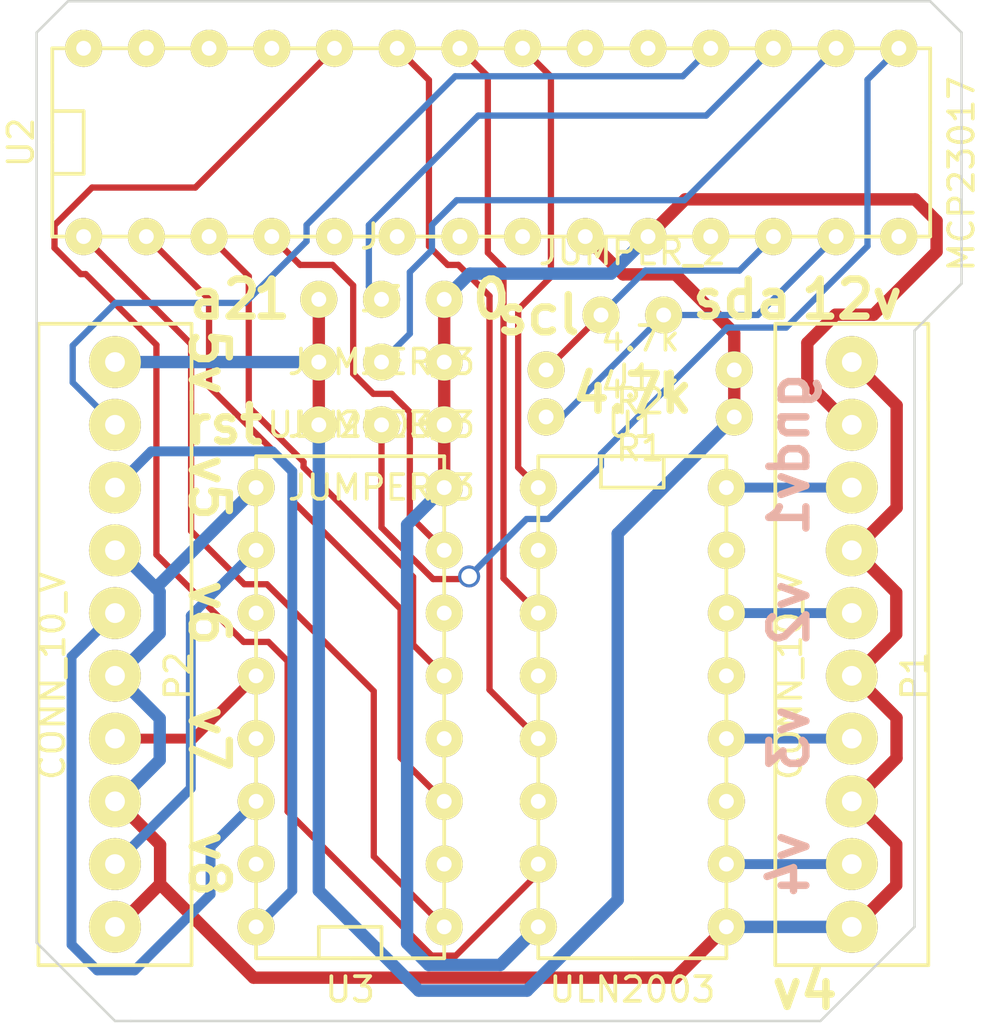
<source format=kicad_pcb>
(kicad_pcb (version 3) (host pcbnew "(2013-june-11)-stable")

  (general
    (links 46)
    (no_connects 0)
    (area 77.03 45.034999 117.28 86.410001)
    (thickness 1.6)
    (drawings 31)
    (tracks 200)
    (zones 0)
    (modules 11)
    (nets 26)
  )

  (page A3)
  (layers
    (15 F.Cu signal)
    (0 B.Cu signal)
    (16 B.Adhes user)
    (17 F.Adhes user)
    (18 B.Paste user)
    (19 F.Paste user)
    (20 B.SilkS user)
    (21 F.SilkS user)
    (22 B.Mask user)
    (23 F.Mask user)
    (24 Dwgs.User user)
    (25 Cmts.User user)
    (26 Eco1.User user)
    (27 Eco2.User user)
    (28 Edge.Cuts user)
  )

  (setup
    (last_trace_width 0.254)
    (trace_clearance 0.254)
    (zone_clearance 0.508)
    (zone_45_only no)
    (trace_min 0.254)
    (segment_width 0.2)
    (edge_width 0.1)
    (via_size 0.889)
    (via_drill 0.635)
    (via_min_size 0.889)
    (via_min_drill 0.508)
    (uvia_size 0.508)
    (uvia_drill 0.127)
    (uvias_allowed no)
    (uvia_min_size 0.508)
    (uvia_min_drill 0.127)
    (pcb_text_width 0.3)
    (pcb_text_size 1.5 1.5)
    (mod_edge_width 0.15)
    (mod_text_size 1 1)
    (mod_text_width 0.15)
    (pad_size 1.5 1.5)
    (pad_drill 0.6)
    (pad_to_mask_clearance 0)
    (aux_axis_origin 0 0)
    (visible_elements FFFFFE9F)
    (pcbplotparams
      (layerselection 284196865)
      (usegerberextensions true)
      (excludeedgelayer true)
      (linewidth 0.150000)
      (plotframeref false)
      (viasonmask false)
      (mode 1)
      (useauxorigin false)
      (hpglpennumber 1)
      (hpglpenspeed 20)
      (hpglpendiameter 15)
      (hpglpenoverlay 2)
      (psnegative false)
      (psa4output false)
      (plotreference false)
      (plotvalue false)
      (plotothertext false)
      (plotinvisibletext false)
      (padsonsilk false)
      (subtractmaskfromsilk false)
      (outputformat 1)
      (mirror false)
      (drillshape 0)
      (scaleselection 1)
      (outputdirectory gerber/))
  )

  (net 0 "")
  (net 1 +12V)
  (net 2 +5V)
  (net 3 /RST)
  (net 4 /v01_05)
  (net 5 /v01_12)
  (net 6 /v02_05)
  (net 7 /v03_05)
  (net 8 /v03_12)
  (net 9 /v04_05)
  (net 10 /v04_12)
  (net 11 /v05_05)
  (net 12 /v05_12)
  (net 13 /v06_05)
  (net 14 /v06_12)
  (net 15 /v07_05)
  (net 16 /v07_12)
  (net 17 /v08_05)
  (net 18 /v08_12)
  (net 19 /v_02_12)
  (net 20 A0)
  (net 21 A1)
  (net 22 A2)
  (net 23 GND)
  (net 24 SCL)
  (net 25 SDA)

  (net_class Default "This is the default net class."
    (clearance 0.254)
    (trace_width 0.254)
    (via_dia 0.889)
    (via_drill 0.635)
    (uvia_dia 0.508)
    (uvia_drill 0.127)
    (add_net "")
    (add_net /RST)
    (add_net /v01_05)
    (add_net /v02_05)
    (add_net /v03_05)
    (add_net /v04_05)
    (add_net /v05_05)
    (add_net /v06_05)
    (add_net /v07_05)
    (add_net /v08_05)
    (add_net A0)
    (add_net A1)
    (add_net A2)
    (add_net SCL)
    (add_net SDA)
  )

  (net_class 12v_sinks ""
    (clearance 0.4)
    (trace_width 0.4)
    (via_dia 0.889)
    (via_drill 0.635)
    (uvia_dia 0.508)
    (uvia_drill 0.127)
    (add_net /v01_12)
    (add_net /v03_12)
    (add_net /v04_12)
    (add_net /v05_12)
    (add_net /v06_12)
    (add_net /v07_12)
    (add_net /v08_12)
    (add_net /v_02_12)
  )

  (net_class pwr ""
    (clearance 0.5)
    (trace_width 0.5)
    (via_dia 1.2)
    (via_drill 0.9)
    (uvia_dia 0.508)
    (uvia_drill 0.127)
    (add_net +12V)
    (add_net +5V)
    (add_net GND)
  )

  (module uln2003 (layer F.Cu) (tedit 56C34B61) (tstamp 56C3B7EE)
    (at 100.33 74.93)
    (path /56C331BB)
    (fp_text reference U1 (at 2.54 -12.7) (layer F.SilkS)
      (effects (font (size 1 1) (thickness 0.15)))
    )
    (fp_text value ULN2003 (at 2.54 10.16) (layer F.SilkS)
      (effects (font (size 1 1) (thickness 0.15)))
    )
    (fp_line (start 2.54 8.89) (end -1.27 8.89) (layer F.SilkS) (width 0.15))
    (fp_line (start 1.27 -11.43) (end 1.27 -10.16) (layer F.SilkS) (width 0.15))
    (fp_line (start 1.27 -10.16) (end 3.81 -10.16) (layer F.SilkS) (width 0.15))
    (fp_line (start 3.81 -10.16) (end 3.81 -11.43) (layer F.SilkS) (width 0.15))
    (fp_line (start -1.27 -11.43) (end 2.54 -11.43) (layer F.SilkS) (width 0.15))
    (fp_line (start -1.27 -11.43) (end -1.27 8.89) (layer F.SilkS) (width 0.15))
    (fp_line (start 2.54 8.89) (end 6.35 8.89) (layer F.SilkS) (width 0.15))
    (fp_line (start 6.35 8.89) (end 6.35 -11.43) (layer F.SilkS) (width 0.15))
    (fp_line (start 6.35 -11.43) (end 2.54 -11.43) (layer F.SilkS) (width 0.15))
    (pad 1 thru_hole circle (at -1.27 -10.16) (size 1.5 1.5) (drill 0.6)
      (layers *.Cu *.Mask F.SilkS)
      (net 4 /v01_05)
    )
    (pad 2 thru_hole circle (at -1.27 -7.62) (size 1.5 1.5) (drill 0.6)
      (layers *.Cu *.Mask F.SilkS)
    )
    (pad 3 thru_hole circle (at -1.27 -5.08) (size 1.5 1.5) (drill 0.6)
      (layers *.Cu *.Mask F.SilkS)
      (net 6 /v02_05)
    )
    (pad 4 thru_hole circle (at -1.27 -2.54) (size 1.5 1.5) (drill 0.6)
      (layers *.Cu *.Mask F.SilkS)
    )
    (pad 5 thru_hole circle (at -1.27 0) (size 1.5 1.5) (drill 0.6)
      (layers *.Cu *.Mask F.SilkS)
      (net 7 /v03_05)
    )
    (pad 6 thru_hole circle (at -1.27 2.54) (size 1.5 1.5) (drill 0.6)
      (layers *.Cu *.Mask F.SilkS)
    )
    (pad 7 thru_hole circle (at -1.27 5.08) (size 1.5 1.5) (drill 0.6)
      (layers *.Cu *.Mask F.SilkS)
      (net 9 /v04_05)
    )
    (pad 8 thru_hole circle (at -1.27 7.62) (size 1.5 1.5) (drill 0.6)
      (layers *.Cu *.Mask F.SilkS)
      (net 23 GND)
    )
    (pad 9 thru_hole circle (at 6.35 7.62) (size 1.5 1.5) (drill 0.6)
      (layers *.Cu *.Mask F.SilkS)
      (net 1 +12V)
    )
    (pad 10 thru_hole circle (at 6.35 5.08) (size 1.5 1.5) (drill 0.6)
      (layers *.Cu *.Mask F.SilkS)
      (net 10 /v04_12)
    )
    (pad 11 thru_hole circle (at 6.35 2.54) (size 1.5 1.5) (drill 0.6)
      (layers *.Cu *.Mask F.SilkS)
    )
    (pad 12 thru_hole circle (at 6.35 0) (size 1.5 1.5) (drill 0.6)
      (layers *.Cu *.Mask F.SilkS)
      (net 8 /v03_12)
    )
    (pad 13 thru_hole circle (at 6.35 -2.54) (size 1.5 1.5) (drill 0.6)
      (layers *.Cu *.Mask F.SilkS)
    )
    (pad 14 thru_hole circle (at 6.35 -5.08) (size 1.5 1.5) (drill 0.6)
      (layers *.Cu *.Mask F.SilkS)
      (net 19 /v_02_12)
    )
    (pad 15 thru_hole circle (at 6.35 -7.62) (size 1.5 1.5) (drill 0.6)
      (layers *.Cu *.Mask F.SilkS)
    )
    (pad 16 thru_hole circle (at 6.35 -10.16) (size 1.5 1.5) (drill 0.6)
      (layers *.Cu *.Mask F.SilkS)
      (net 5 /v01_12)
    )
  )

  (module uln2003 (layer F.Cu) (tedit 56C34B61) (tstamp 56C3B967)
    (at 93.98 72.39 180)
    (path /56C331DD)
    (fp_text reference U3 (at 2.54 -12.7 180) (layer F.SilkS)
      (effects (font (size 1 1) (thickness 0.15)))
    )
    (fp_text value ULN2003 (at 2.54 10.16 180) (layer F.SilkS)
      (effects (font (size 1 1) (thickness 0.15)))
    )
    (fp_line (start 2.54 8.89) (end -1.27 8.89) (layer F.SilkS) (width 0.15))
    (fp_line (start 1.27 -11.43) (end 1.27 -10.16) (layer F.SilkS) (width 0.15))
    (fp_line (start 1.27 -10.16) (end 3.81 -10.16) (layer F.SilkS) (width 0.15))
    (fp_line (start 3.81 -10.16) (end 3.81 -11.43) (layer F.SilkS) (width 0.15))
    (fp_line (start -1.27 -11.43) (end 2.54 -11.43) (layer F.SilkS) (width 0.15))
    (fp_line (start -1.27 -11.43) (end -1.27 8.89) (layer F.SilkS) (width 0.15))
    (fp_line (start 2.54 8.89) (end 6.35 8.89) (layer F.SilkS) (width 0.15))
    (fp_line (start 6.35 8.89) (end 6.35 -11.43) (layer F.SilkS) (width 0.15))
    (fp_line (start 6.35 -11.43) (end 2.54 -11.43) (layer F.SilkS) (width 0.15))
    (pad 1 thru_hole circle (at -1.27 -10.16 180) (size 1.5 1.5) (drill 0.6)
      (layers *.Cu *.Mask F.SilkS)
      (net 11 /v05_05)
    )
    (pad 2 thru_hole circle (at -1.27 -7.62 180) (size 1.5 1.5) (drill 0.6)
      (layers *.Cu *.Mask F.SilkS)
    )
    (pad 3 thru_hole circle (at -1.27 -5.08 180) (size 1.5 1.5) (drill 0.6)
      (layers *.Cu *.Mask F.SilkS)
      (net 13 /v06_05)
    )
    (pad 4 thru_hole circle (at -1.27 -2.54 180) (size 1.5 1.5) (drill 0.6)
      (layers *.Cu *.Mask F.SilkS)
    )
    (pad 5 thru_hole circle (at -1.27 0 180) (size 1.5 1.5) (drill 0.6)
      (layers *.Cu *.Mask F.SilkS)
      (net 15 /v07_05)
    )
    (pad 6 thru_hole circle (at -1.27 2.54 180) (size 1.5 1.5) (drill 0.6)
      (layers *.Cu *.Mask F.SilkS)
    )
    (pad 7 thru_hole circle (at -1.27 5.08 180) (size 1.5 1.5) (drill 0.6)
      (layers *.Cu *.Mask F.SilkS)
      (net 17 /v08_05)
    )
    (pad 8 thru_hole circle (at -1.27 7.62 180) (size 1.5 1.5) (drill 0.6)
      (layers *.Cu *.Mask F.SilkS)
      (net 23 GND)
    )
    (pad 9 thru_hole circle (at 6.35 7.62 180) (size 1.5 1.5) (drill 0.6)
      (layers *.Cu *.Mask F.SilkS)
      (net 1 +12V)
    )
    (pad 10 thru_hole circle (at 6.35 5.08 180) (size 1.5 1.5) (drill 0.6)
      (layers *.Cu *.Mask F.SilkS)
      (net 18 /v08_12)
    )
    (pad 11 thru_hole circle (at 6.35 2.54 180) (size 1.5 1.5) (drill 0.6)
      (layers *.Cu *.Mask F.SilkS)
    )
    (pad 12 thru_hole circle (at 6.35 0 180) (size 1.5 1.5) (drill 0.6)
      (layers *.Cu *.Mask F.SilkS)
      (net 16 /v07_12)
    )
    (pad 13 thru_hole circle (at 6.35 -2.54 180) (size 1.5 1.5) (drill 0.6)
      (layers *.Cu *.Mask F.SilkS)
    )
    (pad 14 thru_hole circle (at 6.35 -5.08 180) (size 1.5 1.5) (drill 0.6)
      (layers *.Cu *.Mask F.SilkS)
      (net 14 /v06_12)
    )
    (pad 15 thru_hole circle (at 6.35 -7.62 180) (size 1.5 1.5) (drill 0.6)
      (layers *.Cu *.Mask F.SilkS)
    )
    (pad 16 thru_hole circle (at 6.35 -10.16 180) (size 1.5 1.5) (drill 0.6)
      (layers *.Cu *.Mask F.SilkS)
      (net 12 /v05_12)
    )
  )

  (module resistor (layer F.Cu) (tedit 55352A36) (tstamp 56C3BA06)
    (at 104.458 61.9125 180)
    (path /56C34952)
    (fp_text reference R1 (at 1.27 -1.27 180) (layer F.SilkS)
      (effects (font (size 1 1) (thickness 0.15)))
    )
    (fp_text value 4.7k (at 1.27 1.27 180) (layer F.SilkS)
      (effects (font (size 1 1) (thickness 0.15)))
    )
    (pad 1 thru_hole circle (at -2.54 0 180) (size 1.5 1.5) (drill 0.6)
      (layers *.Cu *.Mask F.SilkS)
      (net 2 +5V)
    )
    (pad 2 thru_hole circle (at 5.08 0 180) (size 1.5 1.5) (drill 0.6)
      (layers *.Cu *.Mask F.SilkS)
      (net 25 SDA)
    )
  )

  (module resistor (layer F.Cu) (tedit 55352A36) (tstamp 56C3B817)
    (at 104.458 60.0075 180)
    (path /56C34961)
    (fp_text reference R2 (at 1.27 -1.27 180) (layer F.SilkS)
      (effects (font (size 1 1) (thickness 0.15)))
    )
    (fp_text value 4.7k (at 1.27 1.27 180) (layer F.SilkS)
      (effects (font (size 1 1) (thickness 0.15)))
    )
    (pad 1 thru_hole circle (at -2.54 0 180) (size 1.5 1.5) (drill 0.6)
      (layers *.Cu *.Mask F.SilkS)
      (net 2 +5V)
    )
    (pad 2 thru_hole circle (at 5.08 0 180) (size 1.5 1.5) (drill 0.6)
      (layers *.Cu *.Mask F.SilkS)
      (net 24 SCL)
    )
  )

  (module jumper_3 (layer F.Cu) (tedit 56C347E5) (tstamp 56C3B81E)
    (at 92.71 62.23)
    (path /56C342CF)
    (fp_text reference J2 (at 0 -2.54) (layer F.SilkS)
      (effects (font (size 1 1) (thickness 0.15)))
    )
    (fp_text value JUMPER_3 (at 0 2.54) (layer F.SilkS)
      (effects (font (size 1 1) (thickness 0.15)))
    )
    (pad 2 thru_hole circle (at 0 0) (size 1.5 1.5) (drill 0.6)
      (layers *.Cu *.Mask F.SilkS)
      (net 20 A0)
    )
    (pad 3 thru_hole circle (at 2.54 0) (size 1.5 1.5) (drill 0.6)
      (layers *.Cu *.Mask F.SilkS)
      (net 23 GND)
    )
    (pad 1 thru_hole circle (at -2.54 0) (size 1.5 1.5) (drill 0.6)
      (layers *.Cu *.Mask F.SilkS)
      (net 2 +5V)
    )
  )

  (module jumper_3 (layer F.Cu) (tedit 56C35199) (tstamp 56C3B825)
    (at 92.71 59.69)
    (path /56C342DE)
    (fp_text reference J3 (at 0 -2.54) (layer F.SilkS)
      (effects (font (size 1 1) (thickness 0.15)))
    )
    (fp_text value JUMPER_3 (at 0 2.54) (layer F.SilkS)
      (effects (font (size 1 1) (thickness 0.15)))
    )
    (pad 2 thru_hole circle (at 0 0) (size 1.5 1.5) (drill 0.6)
      (layers *.Cu *.Mask F.SilkS)
      (net 21 A1)
    )
    (pad 3 thru_hole circle (at 2.54 0) (size 1.5 1.5) (drill 0.6)
      (layers *.Cu *.Mask F.SilkS)
      (net 23 GND)
    )
    (pad 1 thru_hole circle (at -2.54 0) (size 1.5 1.5) (drill 0.6)
      (layers *.Cu *.Mask F.SilkS)
      (net 2 +5V)
    )
  )

  (module jumper_3 (layer F.Cu) (tedit 56C347E5) (tstamp 56C3B82C)
    (at 92.71 57.15)
    (path /56C342ED)
    (fp_text reference J4 (at 0 -2.54) (layer F.SilkS)
      (effects (font (size 1 1) (thickness 0.15)))
    )
    (fp_text value JUMPER_3 (at 0 2.54) (layer F.SilkS)
      (effects (font (size 1 1) (thickness 0.15)))
    )
    (pad 2 thru_hole circle (at 0 0) (size 1.5 1.5) (drill 0.6)
      (layers *.Cu *.Mask F.SilkS)
      (net 22 A2)
    )
    (pad 3 thru_hole circle (at 2.54 0) (size 1.5 1.5) (drill 0.6)
      (layers *.Cu *.Mask F.SilkS)
      (net 23 GND)
    )
    (pad 1 thru_hole circle (at -2.54 0) (size 1.5 1.5) (drill 0.6)
      (layers *.Cu *.Mask F.SilkS)
      (net 2 +5V)
    )
  )

  (module jumper_2 (layer F.Cu) (tedit 56C34830) (tstamp 56C3B832)
    (at 102.87 57.785 180)
    (path /56C3482A)
    (fp_text reference J1 (at 0 -2.54 180) (layer F.SilkS)
      (effects (font (size 1 1) (thickness 0.15)))
    )
    (fp_text value JUMPER_2 (at 0 2.54 180) (layer F.SilkS)
      (effects (font (size 1 1) (thickness 0.15)))
    )
    (pad 1 thru_hole circle (at -1.27 0 180) (size 1.5 1.5) (drill 0.6)
      (layers *.Cu *.Mask F.SilkS)
      (net 25 SDA)
    )
    (pad 2 thru_hole circle (at 1.27 0 180) (size 1.5 1.5) (drill 0.6)
      (layers *.Cu *.Mask F.SilkS)
      (net 24 SCL)
    )
  )

  (module bornier10 (layer F.Cu) (tedit 553D301D) (tstamp 56C3B871)
    (at 111.76 72.39 270)
    (path /56C33726)
    (fp_text reference P1 (at 0 -2.54 270) (layer F.SilkS)
      (effects (font (size 1 1) (thickness 0.15)))
    )
    (fp_text value CONN_10_V (at 0 2.54 270) (layer F.SilkS)
      (effects (font (size 1 1) (thickness 0.15)))
    )
    (fp_line (start -14.25 3.1) (end -9.6 3.1) (layer F.SilkS) (width 0.15))
    (fp_line (start -14.25 -3.1) (end -11.15 -3.1) (layer F.SilkS) (width 0.15))
    (fp_line (start 11.71 3.1) (end -11.54 3.1) (layer F.SilkS) (width 0.15))
    (fp_line (start 11.71 -3.1) (end -11.54 -3.1) (layer F.SilkS) (width 0.15))
    (fp_line (start 11.71 -3.1) (end 11.71 3.1) (layer F.SilkS) (width 0.15))
    (fp_line (start -14.25 -3.1) (end -14.25 3.1) (layer F.SilkS) (width 0.15))
    (pad 1 thru_hole circle (at -12.7 0 270) (size 2.1 2.1) (drill 0.8)
      (layers *.Cu *.Mask F.SilkS)
      (net 1 +12V)
    )
    (pad 2 thru_hole circle (at -10.16 0 270) (size 2.1 2.1) (drill 0.8)
      (layers *.Cu *.Mask F.SilkS)
      (net 23 GND)
    )
    (pad 3 thru_hole circle (at -7.62 0 270) (size 2.1 2.1) (drill 0.8)
      (layers *.Cu *.Mask F.SilkS)
      (net 5 /v01_12)
    )
    (pad 4 thru_hole circle (at -5.08 0 270) (size 2.1 2.1) (drill 0.8)
      (layers *.Cu *.Mask F.SilkS)
      (net 1 +12V)
    )
    (pad 5 thru_hole circle (at -2.54 0 270) (size 2.1 2.1) (drill 0.8)
      (layers *.Cu *.Mask F.SilkS)
      (net 19 /v_02_12)
    )
    (pad 6 thru_hole circle (at 0 0 270) (size 2.1 2.1) (drill 0.8)
      (layers *.Cu *.Mask F.SilkS)
      (net 1 +12V)
    )
    (pad 7 thru_hole circle (at 2.54 0 270) (size 2.1 2.1) (drill 0.8)
      (layers *.Cu *.Mask F.SilkS)
      (net 8 /v03_12)
    )
    (pad 8 thru_hole circle (at 5.08 0 270) (size 2.1 2.1) (drill 0.8)
      (layers *.Cu *.Mask F.SilkS)
      (net 1 +12V)
    )
    (pad 9 thru_hole circle (at 7.62 0 270) (size 2.1 2.1) (drill 0.8)
      (layers *.Cu *.Mask F.SilkS)
      (net 10 /v04_12)
    )
    (pad 10 thru_hole circle (at 10.16 0 270) (size 2.1 2.1) (drill 0.8)
      (layers *.Cu *.Mask F.SilkS)
      (net 1 +12V)
    )
  )

  (module bornier10 (layer F.Cu) (tedit 56C35147) (tstamp 56C3B885)
    (at 81.915 72.39 270)
    (path /56C33735)
    (fp_text reference P2 (at 0 -2.54 270) (layer F.SilkS)
      (effects (font (size 1 1) (thickness 0.15)))
    )
    (fp_text value CONN_10_V (at 0 2.54 270) (layer F.SilkS)
      (effects (font (size 1 1) (thickness 0.15)))
    )
    (fp_line (start -14.25 3.1) (end -9.6 3.1) (layer F.SilkS) (width 0.15))
    (fp_line (start -14.25 -3.1) (end -11.15 -3.1) (layer F.SilkS) (width 0.15))
    (fp_line (start 11.71 3.1) (end -11.54 3.1) (layer F.SilkS) (width 0.15))
    (fp_line (start 11.71 -3.1) (end -11.54 -3.1) (layer F.SilkS) (width 0.15))
    (fp_line (start 11.71 -3.1) (end 11.71 3.1) (layer F.SilkS) (width 0.15))
    (fp_line (start -14.25 -3.1) (end -14.25 3.1) (layer F.SilkS) (width 0.15))
    (pad 1 thru_hole circle (at -12.7 0 270) (size 2.1 2.1) (drill 0.8)
      (layers *.Cu *.Mask F.SilkS)
      (net 2 +5V)
    )
    (pad 2 thru_hole circle (at -10.16 0 270) (size 2.1 2.1) (drill 0.8)
      (layers *.Cu *.Mask F.SilkS)
      (net 3 /RST)
    )
    (pad 3 thru_hole circle (at -7.62 0 270) (size 2.1 2.1) (drill 0.8)
      (layers *.Cu *.Mask F.SilkS)
      (net 12 /v05_12)
    )
    (pad 4 thru_hole circle (at -5.08 0 270) (size 2.1 2.1) (drill 0.8)
      (layers *.Cu *.Mask F.SilkS)
      (net 1 +12V)
    )
    (pad 5 thru_hole circle (at -2.54 0 270) (size 2.1 2.1) (drill 0.8)
      (layers *.Cu *.Mask F.SilkS)
      (net 14 /v06_12)
    )
    (pad 6 thru_hole circle (at 0 0 270) (size 2.1 2.1) (drill 0.8)
      (layers *.Cu *.Mask F.SilkS)
      (net 1 +12V)
    )
    (pad 7 thru_hole circle (at 2.54 0 270) (size 2.1 2.1) (drill 0.8)
      (layers *.Cu *.Mask F.SilkS)
      (net 16 /v07_12)
    )
    (pad 8 thru_hole circle (at 5.08 0 270) (size 2.1 2.1) (drill 0.8)
      (layers *.Cu *.Mask F.SilkS)
      (net 1 +12V)
    )
    (pad 9 thru_hole circle (at 7.62 0 270) (size 2.1 2.1) (drill 0.8)
      (layers *.Cu *.Mask F.SilkS)
      (net 18 /v08_12)
    )
    (pad 10 thru_hole circle (at 10.16 0 270) (size 2.1 2.1) (drill 0.8)
      (layers *.Cu *.Mask F.SilkS)
      (net 1 +12V)
    )
  )

  (module mcp23017_pdip (layer F.Cu) (tedit 56C34B09) (tstamp 56C3BAA6)
    (at 93.345 53.34 90)
    (path /56C33153)
    (fp_text reference U2 (at 2.54 -15.24 90) (layer F.SilkS)
      (effects (font (size 1 1) (thickness 0.15)))
    )
    (fp_text value MCP23017 (at 1.27 22.86 90) (layer F.SilkS)
      (effects (font (size 1 1) (thickness 0.15)))
    )
    (fp_line (start 1.27 -13.97) (end 1.27 -12.7) (layer F.SilkS) (width 0.15))
    (fp_line (start 1.27 -12.7) (end 3.81 -12.7) (layer F.SilkS) (width 0.15))
    (fp_line (start 3.81 -12.7) (end 3.81 -13.97) (layer F.SilkS) (width 0.15))
    (fp_line (start 2.54 -13.97) (end -1.27 -13.97) (layer F.SilkS) (width 0.15))
    (fp_line (start 2.54 21.59) (end -1.27 21.59) (layer F.SilkS) (width 0.15))
    (fp_line (start -1.27 -13.97) (end -1.27 21.59) (layer F.SilkS) (width 0.15))
    (fp_line (start 2.54 21.59) (end 6.35 21.59) (layer F.SilkS) (width 0.15))
    (fp_line (start 6.35 21.59) (end 6.35 -13.97) (layer F.SilkS) (width 0.15))
    (fp_line (start 6.35 -13.97) (end 2.54 -13.97) (layer F.SilkS) (width 0.15))
    (pad 1 thru_hole circle (at -1.27 -12.7 90) (size 1.5 1.5) (drill 0.6)
      (layers *.Cu *.Mask F.SilkS)
      (net 11 /v05_05)
    )
    (pad 2 thru_hole circle (at -1.27 -10.16 90) (size 1.5 1.5) (drill 0.6)
      (layers *.Cu *.Mask F.SilkS)
      (net 13 /v06_05)
    )
    (pad 3 thru_hole circle (at -1.27 -7.62 90) (size 1.5 1.5) (drill 0.6)
      (layers *.Cu *.Mask F.SilkS)
      (net 15 /v07_05)
    )
    (pad 4 thru_hole circle (at -1.27 -5.08 90) (size 1.5 1.5) (drill 0.6)
      (layers *.Cu *.Mask F.SilkS)
      (net 17 /v08_05)
    )
    (pad 5 thru_hole circle (at -1.27 -2.54 90) (size 1.5 1.5) (drill 0.6)
      (layers *.Cu *.Mask F.SilkS)
    )
    (pad 6 thru_hole circle (at -1.27 0 90) (size 1.5 1.5) (drill 0.6)
      (layers *.Cu *.Mask F.SilkS)
    )
    (pad 7 thru_hole circle (at -1.27 2.54 90) (size 1.5 1.5) (drill 0.6)
      (layers *.Cu *.Mask F.SilkS)
    )
    (pad 8 thru_hole circle (at -1.27 5.08 90) (size 1.5 1.5) (drill 0.6)
      (layers *.Cu *.Mask F.SilkS)
    )
    (pad 9 thru_hole circle (at -1.27 7.62 90) (size 1.5 1.5) (drill 0.6)
      (layers *.Cu *.Mask F.SilkS)
      (net 2 +5V)
    )
    (pad 10 thru_hole circle (at -1.27 10.16 90) (size 1.5 1.5) (drill 0.6)
      (layers *.Cu *.Mask F.SilkS)
      (net 23 GND)
    )
    (pad 11 thru_hole circle (at -1.27 12.7 90) (size 1.5 1.5) (drill 0.6)
      (layers *.Cu *.Mask F.SilkS)
    )
    (pad 12 thru_hole circle (at -1.27 15.24 90) (size 1.5 1.5) (drill 0.6)
      (layers *.Cu *.Mask F.SilkS)
      (net 24 SCL)
    )
    (pad 13 thru_hole circle (at -1.27 17.78 90) (size 1.5 1.5) (drill 0.6)
      (layers *.Cu *.Mask F.SilkS)
      (net 25 SDA)
    )
    (pad 14 thru_hole circle (at -1.27 20.32 90) (size 1.5 1.5) (drill 0.6)
      (layers *.Cu *.Mask F.SilkS)
    )
    (pad 15 thru_hole circle (at 6.35 20.32 90) (size 1.5 1.5) (drill 0.6)
      (layers *.Cu *.Mask F.SilkS)
      (net 20 A0)
    )
    (pad 16 thru_hole circle (at 6.35 17.78 90) (size 1.5 1.5) (drill 0.6)
      (layers *.Cu *.Mask F.SilkS)
      (net 21 A1)
    )
    (pad 17 thru_hole circle (at 6.35 15.24 90) (size 1.5 1.5) (drill 0.6)
      (layers *.Cu *.Mask F.SilkS)
      (net 22 A2)
    )
    (pad 18 thru_hole circle (at 6.35 12.7 90) (size 1.5 1.5) (drill 0.6)
      (layers *.Cu *.Mask F.SilkS)
      (net 3 /RST)
    )
    (pad 19 thru_hole circle (at 6.35 10.16 90) (size 1.5 1.5) (drill 0.6)
      (layers *.Cu *.Mask F.SilkS)
    )
    (pad 20 thru_hole circle (at 6.35 7.62 90) (size 1.5 1.5) (drill 0.6)
      (layers *.Cu *.Mask F.SilkS)
    )
    (pad 21 thru_hole circle (at 6.35 5.08 90) (size 1.5 1.5) (drill 0.6)
      (layers *.Cu *.Mask F.SilkS)
      (net 4 /v01_05)
    )
    (pad 22 thru_hole circle (at 6.35 2.54 90) (size 1.5 1.5) (drill 0.6)
      (layers *.Cu *.Mask F.SilkS)
      (net 6 /v02_05)
    )
    (pad 23 thru_hole circle (at 6.35 0 90) (size 1.5 1.5) (drill 0.6)
      (layers *.Cu *.Mask F.SilkS)
      (net 7 /v03_05)
    )
    (pad 24 thru_hole circle (at 6.35 -2.54 90) (size 1.5 1.5) (drill 0.6)
      (layers *.Cu *.Mask F.SilkS)
      (net 9 /v04_05)
    )
    (pad 25 thru_hole circle (at 6.35 -5.08 90) (size 1.5 1.5) (drill 0.6)
      (layers *.Cu *.Mask F.SilkS)
    )
    (pad 26 thru_hole circle (at 6.35 -7.62 90) (size 1.5 1.5) (drill 0.6)
      (layers *.Cu *.Mask F.SilkS)
    )
    (pad 27 thru_hole circle (at 6.35 -10.16 90) (size 1.5 1.5) (drill 0.6)
      (layers *.Cu *.Mask F.SilkS)
    )
    (pad 28 thru_hole circle (at 6.35 -12.7 90) (size 1.5 1.5) (drill 0.6)
      (layers *.Cu *.Mask F.SilkS)
    )
  )

  (gr_line (start 80.01 45.085) (end 114.935 45.085) (angle 90) (layer Edge.Cuts) (width 0.1))
  (gr_line (start 78.74 46.355) (end 80.01 45.085) (angle 90) (layer Edge.Cuts) (width 0.1))
  (gr_line (start 78.74 83.185) (end 78.74 46.355) (angle 90) (layer Edge.Cuts) (width 0.1))
  (gr_line (start 114.935 45.085) (end 116.205 46.355) (angle 90) (layer Edge.Cuts) (width 0.1))
  (gr_line (start 79.375 83.82) (end 78.74 83.185) (angle 90) (layer Edge.Cuts) (width 0.1))
  (gr_line (start 81.915 86.36) (end 79.375 83.82) (angle 90) (layer Edge.Cuts) (width 0.1))
  (gr_line (start 82.55 86.36) (end 81.915 86.36) (angle 90) (layer Edge.Cuts) (width 0.1))
  (gr_line (start 110.49 86.36) (end 82.55 86.36) (angle 90) (layer Edge.Cuts) (width 0.1))
  (gr_line (start 114.3 82.55) (end 110.49 86.36) (angle 90) (layer Edge.Cuts) (width 0.1))
  (gr_line (start 114.3 58.42) (end 114.3 82.55) (angle 90) (layer Edge.Cuts) (width 0.1))
  (gr_line (start 116.205 56.515) (end 114.3 58.42) (angle 90) (layer Edge.Cuts) (width 0.1))
  (gr_line (start 116.205 46.355) (end 116.205 56.515) (angle 90) (layer Edge.Cuts) (width 0.1))
  (gr_text gnd (at 109.22 62.23 90) (layer B.SilkS)
    (effects (font (size 1.5 1.5) (thickness 0.3)) (justify mirror))
  )
  (gr_text v1 (at 109.22 65.405 90) (layer B.SilkS)
    (effects (font (size 1.5 1.5) (thickness 0.3)) (justify mirror))
  )
  (gr_text v2 (at 109.22 69.85 90) (layer B.SilkS)
    (effects (font (size 1.5 1.5) (thickness 0.3)) (justify mirror))
  )
  (gr_text v3 (at 109.22 74.93 90) (layer B.SilkS)
    (effects (font (size 1.5 1.5) (thickness 0.3)) (justify mirror))
  )
  (gr_text v4 (at 109.22 80.01 90) (layer B.SilkS)
    (effects (font (size 1.5 1.5) (thickness 0.3)) (justify mirror))
  )
  (gr_text v4 (at 109.855 85.09) (layer F.SilkS)
    (effects (font (size 1.5 1.5) (thickness 0.3)))
  )
  (gr_text 12v (at 111.76 57.15) (layer F.SilkS)
    (effects (font (size 1.5 1.5) (thickness 0.3)))
  )
  (gr_text 4.7k (at 102.87 60.96) (layer F.SilkS)
    (effects (font (size 1.5 1.5) (thickness 0.3)))
  )
  (gr_text sda (at 107.315 57.15) (layer F.SilkS)
    (effects (font (size 1.5 1.5) (thickness 0.3)))
  )
  (gr_text scl (at 99.06 57.785) (layer F.SilkS)
    (effects (font (size 1.5 1.5) (thickness 0.3)))
  )
  (gr_text v8 (at 85.725 80.01 270) (layer F.SilkS)
    (effects (font (size 1.5 1.5) (thickness 0.3)))
  )
  (gr_text v7 (at 85.725 74.93 270) (layer F.SilkS)
    (effects (font (size 1.5 1.5) (thickness 0.3)))
  )
  (gr_text v6 (at 85.725 69.85 270) (layer F.SilkS)
    (effects (font (size 1.5 1.5) (thickness 0.3)))
  )
  (gr_text v5 (at 85.725 64.77 270) (layer F.SilkS)
    (effects (font (size 1.5 1.5) (thickness 0.3)))
  )
  (gr_text rst (at 86.36 62.23) (layer F.SilkS)
    (effects (font (size 1.5 1.5) (thickness 0.3)))
  )
  (gr_text 5v (at 85.725 59.69 270) (layer F.SilkS)
    (effects (font (size 1.5 1.5) (thickness 0.3)))
  )
  (gr_text a2 (at 86.36 57.15) (layer F.SilkS)
    (effects (font (size 1.5 1.5) (thickness 0.3)))
  )
  (gr_text 0 (at 97.155 57.15) (layer F.SilkS)
    (effects (font (size 1.5 1.5) (thickness 0.3)))
  )
  (gr_text "1\n" (at 88.265 57.15) (layer F.SilkS)
    (effects (font (size 1.5 1.5) (thickness 0.3)))
  )

  (segment (start 111.76 82.55) (end 106.68 82.55) (width 0.5) (layer B.Cu) (net 1))
  (segment (start 113.5758 65.5848) (end 111.8506 67.31) (width 0.5) (layer F.Cu) (net 1))
  (segment (start 113.5758 61.4456) (end 113.5758 65.5848) (width 0.5) (layer F.Cu) (net 1))
  (segment (start 111.8202 59.69) (end 113.5758 61.4456) (width 0.5) (layer F.Cu) (net 1))
  (segment (start 111.76 59.69) (end 111.8202 59.69) (width 0.5) (layer F.Cu) (net 1))
  (segment (start 111.8506 67.31) (end 111.76 67.31) (width 0.5) (layer F.Cu) (net 1))
  (segment (start 111.76 72.39) (end 111.8727 72.39) (width 0.5) (layer F.Cu) (net 1))
  (segment (start 113.5604 69.0198) (end 111.8506 67.31) (width 0.5) (layer F.Cu) (net 1))
  (segment (start 113.5604 70.7023) (end 113.5604 69.0198) (width 0.5) (layer F.Cu) (net 1))
  (segment (start 111.8727 72.39) (end 113.5604 70.7023) (width 0.5) (layer F.Cu) (net 1))
  (segment (start 113.5707 75.7195) (end 111.8202 77.47) (width 0.5) (layer F.Cu) (net 1))
  (segment (start 113.5707 74.088) (end 113.5707 75.7195) (width 0.5) (layer F.Cu) (net 1))
  (segment (start 111.8727 72.39) (end 113.5707 74.088) (width 0.5) (layer F.Cu) (net 1))
  (segment (start 113.5604 79.2102) (end 111.8202 77.47) (width 0.5) (layer F.Cu) (net 1))
  (segment (start 113.5604 80.862) (end 113.5604 79.2102) (width 0.5) (layer F.Cu) (net 1))
  (segment (start 111.8724 82.55) (end 113.5604 80.862) (width 0.5) (layer F.Cu) (net 1))
  (segment (start 111.76 82.55) (end 111.8724 82.55) (width 0.5) (layer F.Cu) (net 1))
  (segment (start 111.8202 77.47) (end 111.76 77.47) (width 0.5) (layer F.Cu) (net 1))
  (segment (start 83.7261 74.1147) (end 82.0014 72.39) (width 0.5) (layer B.Cu) (net 1))
  (segment (start 83.7261 75.7966) (end 83.7261 74.1147) (width 0.5) (layer B.Cu) (net 1))
  (segment (start 82.0527 77.47) (end 83.7261 75.7966) (width 0.5) (layer B.Cu) (net 1))
  (segment (start 81.915 77.47) (end 82.0527 77.47) (width 0.5) (layer B.Cu) (net 1))
  (segment (start 82.0014 72.39) (end 81.915 72.39) (width 0.5) (layer B.Cu) (net 1))
  (segment (start 87.63 64.77) (end 83.5668 68.8332) (width 0.5) (layer B.Cu) (net 1))
  (segment (start 83.7246 68.9911) (end 83.5668 68.8332) (width 0.5) (layer B.Cu) (net 1))
  (segment (start 83.7246 70.6668) (end 83.7246 68.9911) (width 0.5) (layer B.Cu) (net 1))
  (segment (start 82.0014 72.39) (end 83.7246 70.6668) (width 0.5) (layer B.Cu) (net 1))
  (segment (start 82.0435 67.31) (end 81.915 67.31) (width 0.5) (layer B.Cu) (net 1))
  (segment (start 83.5668 68.8332) (end 82.0435 67.31) (width 0.5) (layer B.Cu) (net 1))
  (segment (start 104.6234 84.6066) (end 106.68 82.55) (width 0.5) (layer F.Cu) (net 1))
  (segment (start 87.5283 84.6066) (end 104.6234 84.6066) (width 0.5) (layer F.Cu) (net 1))
  (segment (start 83.74 80.8183) (end 87.5283 84.6066) (width 0.5) (layer F.Cu) (net 1))
  (segment (start 82.0083 82.55) (end 83.74 80.8183) (width 0.5) (layer F.Cu) (net 1))
  (segment (start 81.915 82.55) (end 82.0083 82.55) (width 0.5) (layer F.Cu) (net 1))
  (segment (start 81.9867 77.47) (end 81.915 77.47) (width 0.5) (layer F.Cu) (net 1))
  (segment (start 83.74 79.2233) (end 81.9867 77.47) (width 0.5) (layer F.Cu) (net 1))
  (segment (start 83.74 80.8183) (end 83.74 79.2233) (width 0.5) (layer F.Cu) (net 1))
  (segment (start 90.17 57.15) (end 90.17 59.69) (width 0.5) (layer F.Cu) (net 2))
  (segment (start 90.17 59.69) (end 90.17 62.23) (width 0.5) (layer F.Cu) (net 2))
  (segment (start 106.998 60.0075) (end 106.998 61.9125) (width 0.5) (layer F.Cu) (net 2))
  (segment (start 81.915 59.69) (end 90.17 59.69) (width 0.5) (layer B.Cu) (net 2))
  (segment (start 106.998 58.5203) (end 106.998 60.0075) (width 0.5) (layer F.Cu) (net 2))
  (segment (start 104.6186 56.1409) (end 106.998 58.5203) (width 0.5) (layer F.Cu) (net 2))
  (segment (start 102.4959 56.1409) (end 104.6186 56.1409) (width 0.5) (layer F.Cu) (net 2))
  (segment (start 100.965 54.61) (end 102.4959 56.1409) (width 0.5) (layer F.Cu) (net 2))
  (segment (start 90.17 81.0828) (end 90.17 62.23) (width 0.5) (layer B.Cu) (net 2))
  (segment (start 94.219 85.1318) (end 90.17 81.0828) (width 0.5) (layer B.Cu) (net 2))
  (segment (start 98.605 85.1318) (end 94.219 85.1318) (width 0.5) (layer B.Cu) (net 2))
  (segment (start 102.2779 81.4589) (end 98.605 85.1318) (width 0.5) (layer B.Cu) (net 2))
  (segment (start 102.2779 66.6326) (end 102.2779 81.4589) (width 0.5) (layer B.Cu) (net 2))
  (segment (start 106.998 61.9125) (end 102.2779 66.6326) (width 0.5) (layer B.Cu) (net 2))
  (segment (start 80.2013 60.5163) (end 81.915 62.23) (width 0.254) (layer B.Cu) (net 3))
  (segment (start 80.2013 59.0234) (end 80.2013 60.5163) (width 0.254) (layer B.Cu) (net 3))
  (segment (start 81.9309 57.2938) (end 80.2013 59.0234) (width 0.254) (layer B.Cu) (net 3))
  (segment (start 87.1848 57.2938) (end 81.9309 57.2938) (width 0.254) (layer B.Cu) (net 3))
  (segment (start 89.6736 54.805) (end 87.1848 57.2938) (width 0.254) (layer B.Cu) (net 3))
  (segment (start 89.6736 54.1415) (end 89.6736 54.805) (width 0.254) (layer B.Cu) (net 3))
  (segment (start 95.6937 48.1214) (end 89.6736 54.1415) (width 0.254) (layer B.Cu) (net 3))
  (segment (start 104.9136 48.1214) (end 95.6937 48.1214) (width 0.254) (layer B.Cu) (net 3))
  (segment (start 106.045 46.99) (end 104.9136 48.1214) (width 0.254) (layer B.Cu) (net 3))
  (segment (start 98.246 63.956) (end 99.06 64.77) (width 0.254) (layer F.Cu) (net 4))
  (segment (start 98.246 57.5663) (end 98.246 63.956) (width 0.254) (layer F.Cu) (net 4))
  (segment (start 99.572 56.2403) (end 98.246 57.5663) (width 0.254) (layer F.Cu) (net 4))
  (segment (start 99.572 48.137) (end 99.572 56.2403) (width 0.254) (layer F.Cu) (net 4))
  (segment (start 98.425 46.99) (end 99.572 48.137) (width 0.254) (layer F.Cu) (net 4))
  (segment (start 111.76 64.77) (end 106.68 64.77) (width 0.4) (layer B.Cu) (net 5))
  (segment (start 97.6514 68.4414) (end 99.06 69.85) (width 0.254) (layer F.Cu) (net 6))
  (segment (start 97.6514 55.8962) (end 97.6514 68.4414) (width 0.254) (layer F.Cu) (net 6))
  (segment (start 97.0164 55.2612) (end 97.6514 55.8962) (width 0.254) (layer F.Cu) (net 6))
  (segment (start 97.0164 48.1214) (end 97.0164 55.2612) (width 0.254) (layer F.Cu) (net 6))
  (segment (start 95.885 46.99) (end 97.0164 48.1214) (width 0.254) (layer F.Cu) (net 6))
  (segment (start 97.0852 72.9552) (end 99.06 74.93) (width 0.254) (layer F.Cu) (net 7))
  (segment (start 97.0852 57.0175) (end 97.0852 72.9552) (width 0.254) (layer F.Cu) (net 7))
  (segment (start 95.8247 55.757) (end 97.0852 57.0175) (width 0.254) (layer F.Cu) (net 7))
  (segment (start 95.3901 55.757) (end 95.8247 55.757) (width 0.254) (layer F.Cu) (net 7))
  (segment (start 94.6306 54.9975) (end 95.3901 55.757) (width 0.254) (layer F.Cu) (net 7))
  (segment (start 94.6306 48.2756) (end 94.6306 54.9975) (width 0.254) (layer F.Cu) (net 7))
  (segment (start 93.345 46.99) (end 94.6306 48.2756) (width 0.254) (layer F.Cu) (net 7))
  (segment (start 111.76 74.93) (end 106.68 74.93) (width 0.4) (layer B.Cu) (net 8))
  (segment (start 99.06 80.376) (end 99.06 80.01) (width 0.254) (layer F.Cu) (net 9))
  (segment (start 95.7208 83.7152) (end 99.06 80.376) (width 0.254) (layer F.Cu) (net 9))
  (segment (start 94.7406 83.7152) (end 95.7208 83.7152) (width 0.254) (layer F.Cu) (net 9))
  (segment (start 88.9074 77.882) (end 94.7406 83.7152) (width 0.254) (layer F.Cu) (net 9))
  (segment (start 88.9074 71.7925) (end 88.9074 77.882) (width 0.254) (layer F.Cu) (net 9))
  (segment (start 88.1316 71.0167) (end 88.9074 71.7925) (width 0.254) (layer F.Cu) (net 9))
  (segment (start 87.1263 71.0167) (end 88.1316 71.0167) (width 0.254) (layer F.Cu) (net 9))
  (segment (start 83.5924 67.4828) (end 87.1263 71.0167) (width 0.254) (layer F.Cu) (net 9))
  (segment (start 83.5924 58.9932) (end 83.5924 67.4828) (width 0.254) (layer F.Cu) (net 9))
  (segment (start 80.7281 56.1289) (end 83.5924 58.9932) (width 0.254) (layer F.Cu) (net 9))
  (segment (start 80.5242 56.1289) (end 80.7281 56.1289) (width 0.254) (layer F.Cu) (net 9))
  (segment (start 79.465 55.0697) (end 80.5242 56.1289) (width 0.254) (layer F.Cu) (net 9))
  (segment (start 79.465 54.1478) (end 79.465 55.0697) (width 0.254) (layer F.Cu) (net 9))
  (segment (start 80.9861 52.6267) (end 79.465 54.1478) (width 0.254) (layer F.Cu) (net 9))
  (segment (start 85.1683 52.6267) (end 80.9861 52.6267) (width 0.254) (layer F.Cu) (net 9))
  (segment (start 90.805 46.99) (end 85.1683 52.6267) (width 0.254) (layer F.Cu) (net 9))
  (segment (start 111.76 80.01) (end 106.68 80.01) (width 0.4) (layer B.Cu) (net 10))
  (segment (start 92.396 79.696) (end 95.25 82.55) (width 0.254) (layer F.Cu) (net 11))
  (segment (start 92.396 73.0098) (end 92.396 79.696) (width 0.254) (layer F.Cu) (net 11))
  (segment (start 88.0694 68.6832) (end 92.396 73.0098) (width 0.254) (layer F.Cu) (net 11))
  (segment (start 87.1528 68.6832) (end 88.0694 68.6832) (width 0.254) (layer F.Cu) (net 11))
  (segment (start 84.9969 66.5273) (end 87.1528 68.6832) (width 0.254) (layer F.Cu) (net 11))
  (segment (start 84.9969 58.9619) (end 84.9969 66.5273) (width 0.254) (layer F.Cu) (net 11))
  (segment (start 80.645 54.61) (end 84.9969 58.9619) (width 0.254) (layer F.Cu) (net 11))
  (segment (start 89.0974 81.0826) (end 87.63 82.55) (width 0.4) (layer B.Cu) (net 12))
  (segment (start 89.0974 64.1133) (end 89.0974 81.0826) (width 0.4) (layer B.Cu) (net 12))
  (segment (start 88.2886 63.3045) (end 89.0974 64.1133) (width 0.4) (layer B.Cu) (net 12))
  (segment (start 83.3805 63.3045) (end 88.2886 63.3045) (width 0.4) (layer B.Cu) (net 12))
  (segment (start 81.915 64.77) (end 83.3805 63.3045) (width 0.4) (layer B.Cu) (net 12))
  (segment (start 93.4822 75.7022) (end 95.25 77.47) (width 0.254) (layer F.Cu) (net 13))
  (segment (start 93.4822 69.6803) (end 93.4822 75.7022) (width 0.254) (layer F.Cu) (net 13))
  (segment (start 89.044 65.2421) (end 93.4822 69.6803) (width 0.254) (layer F.Cu) (net 13))
  (segment (start 89.044 64.0033) (end 89.044 65.2421) (width 0.254) (layer F.Cu) (net 13))
  (segment (start 85.725 60.6843) (end 89.044 64.0033) (width 0.254) (layer F.Cu) (net 13))
  (segment (start 85.725 57.15) (end 85.725 60.6843) (width 0.254) (layer F.Cu) (net 13))
  (segment (start 83.185 54.61) (end 85.725 57.15) (width 0.254) (layer F.Cu) (net 13))
  (segment (start 85.7851 79.3149) (end 87.63 77.47) (width 0.4) (layer B.Cu) (net 14))
  (segment (start 85.7851 81.2347) (end 85.7851 79.3149) (width 0.4) (layer B.Cu) (net 14))
  (segment (start 82.7079 84.3119) (end 85.7851 81.2347) (width 0.4) (layer B.Cu) (net 14))
  (segment (start 81.1972 84.3119) (end 82.7079 84.3119) (width 0.4) (layer B.Cu) (net 14))
  (segment (start 80.154 83.2687) (end 81.1972 84.3119) (width 0.4) (layer B.Cu) (net 14))
  (segment (start 80.154 71.611) (end 80.154 83.2687) (width 0.4) (layer B.Cu) (net 14))
  (segment (start 81.915 69.85) (end 80.154 71.611) (width 0.4) (layer B.Cu) (net 14))
  (segment (start 93.9906 71.1306) (end 95.25 72.39) (width 0.254) (layer F.Cu) (net 15))
  (segment (start 93.9906 68.3833) (end 93.9906 71.1306) (width 0.254) (layer F.Cu) (net 15))
  (segment (start 89.5524 63.9451) (end 93.9906 68.3833) (width 0.254) (layer F.Cu) (net 15))
  (segment (start 89.5524 63.7272) (end 89.5524 63.9451) (width 0.254) (layer F.Cu) (net 15))
  (segment (start 87.3332 61.508) (end 89.5524 63.7272) (width 0.254) (layer F.Cu) (net 15))
  (segment (start 87.3332 56.2182) (end 87.3332 61.508) (width 0.254) (layer F.Cu) (net 15))
  (segment (start 85.725 54.61) (end 87.3332 56.2182) (width 0.254) (layer F.Cu) (net 15))
  (segment (start 85.09 74.93) (end 87.63 72.39) (width 0.4) (layer F.Cu) (net 16))
  (segment (start 81.915 74.93) (end 85.09 74.93) (width 0.4) (layer F.Cu) (net 16))
  (segment (start 93.8569 65.9169) (end 95.25 67.31) (width 0.254) (layer F.Cu) (net 17))
  (segment (start 93.8569 61.7142) (end 93.8569 65.9169) (width 0.254) (layer F.Cu) (net 17))
  (segment (start 93.1183 60.9756) (end 93.8569 61.7142) (width 0.254) (layer F.Cu) (net 17))
  (segment (start 92.3794 60.9756) (end 93.1183 60.9756) (width 0.254) (layer F.Cu) (net 17))
  (segment (start 91.563 60.1592) (end 92.3794 60.9756) (width 0.254) (layer F.Cu) (net 17))
  (segment (start 91.563 56.5906) (end 91.563 60.1592) (width 0.254) (layer F.Cu) (net 17))
  (segment (start 90.7294 55.757) (end 91.563 56.5906) (width 0.254) (layer F.Cu) (net 17))
  (segment (start 89.412 55.757) (end 90.7294 55.757) (width 0.254) (layer F.Cu) (net 17))
  (segment (start 88.265 54.61) (end 89.412 55.757) (width 0.254) (layer F.Cu) (net 17))
  (segment (start 84.9847 69.9553) (end 87.63 67.31) (width 0.4) (layer B.Cu) (net 18))
  (segment (start 84.9847 76.9403) (end 84.9847 69.9553) (width 0.4) (layer B.Cu) (net 18))
  (segment (start 81.915 80.01) (end 84.9847 76.9403) (width 0.4) (layer B.Cu) (net 18))
  (segment (start 111.76 69.85) (end 106.68 69.85) (width 0.4) (layer B.Cu) (net 19))
  (via (at 96.2594 68.3664) (size 0.889) (layers F.Cu B.Cu) (net 20))
  (segment (start 98.5858 66.04) (end 96.2594 68.3664) (width 0.254) (layer B.Cu) (net 20))
  (segment (start 99.4646 66.04) (end 98.5858 66.04) (width 0.254) (layer B.Cu) (net 20))
  (segment (start 101.5985 63.9061) (end 99.4646 66.04) (width 0.254) (layer B.Cu) (net 20))
  (segment (start 101.5985 63.4135) (end 101.5985 63.9061) (width 0.254) (layer B.Cu) (net 20))
  (segment (start 106.7186 58.2934) (end 101.5985 63.4135) (width 0.254) (layer B.Cu) (net 20))
  (segment (start 109.1017 58.2934) (end 106.7186 58.2934) (width 0.254) (layer B.Cu) (net 20))
  (segment (start 112.395 55.0001) (end 109.1017 58.2934) (width 0.254) (layer B.Cu) (net 20))
  (segment (start 112.395 48.26) (end 112.395 55.0001) (width 0.254) (layer B.Cu) (net 20))
  (segment (start 113.665 46.99) (end 112.395 48.26) (width 0.254) (layer B.Cu) (net 20))
  (segment (start 92.71 66.3837) (end 92.71 62.23) (width 0.254) (layer F.Cu) (net 20))
  (segment (start 94.7995 68.4732) (end 92.71 66.3837) (width 0.254) (layer F.Cu) (net 20))
  (segment (start 96.1526 68.4732) (end 94.7995 68.4732) (width 0.254) (layer F.Cu) (net 20))
  (segment (start 96.2594 68.3664) (end 96.1526 68.4732) (width 0.254) (layer F.Cu) (net 20))
  (segment (start 93.857 58.543) (end 92.71 59.69) (width 0.254) (layer B.Cu) (net 21))
  (segment (start 93.857 56.0492) (end 93.857 58.543) (width 0.254) (layer B.Cu) (net 21))
  (segment (start 94.7536 55.1526) (end 93.857 56.0492) (width 0.254) (layer B.Cu) (net 21))
  (segment (start 94.7536 54.1415) (end 94.7536 55.1526) (width 0.254) (layer B.Cu) (net 21))
  (segment (start 95.7557 53.1394) (end 94.7536 54.1415) (width 0.254) (layer B.Cu) (net 21))
  (segment (start 104.9756 53.1394) (end 95.7557 53.1394) (width 0.254) (layer B.Cu) (net 21))
  (segment (start 111.125 46.99) (end 104.9756 53.1394) (width 0.254) (layer B.Cu) (net 21))
  (segment (start 92.1971 56.6371) (end 92.71 57.15) (width 0.254) (layer B.Cu) (net 22))
  (segment (start 92.1971 54.1464) (end 92.1971 56.6371) (width 0.254) (layer B.Cu) (net 22))
  (segment (start 96.6297 49.7138) (end 92.1971 54.1464) (width 0.254) (layer B.Cu) (net 22))
  (segment (start 105.8612 49.7138) (end 96.6297 49.7138) (width 0.254) (layer B.Cu) (net 22))
  (segment (start 108.585 46.99) (end 105.8612 49.7138) (width 0.254) (layer B.Cu) (net 22))
  (segment (start 95.25 57.15) (end 95.25 59.69) (width 0.5) (layer F.Cu) (net 23))
  (segment (start 95.25 59.69) (end 95.25 62.23) (width 0.5) (layer F.Cu) (net 23))
  (segment (start 95.25 62.23) (end 95.25 64.77) (width 0.5) (layer F.Cu) (net 23))
  (segment (start 96.2896 56.1104) (end 95.25 57.15) (width 0.5) (layer B.Cu) (net 23))
  (segment (start 102.0046 56.1104) (end 96.2896 56.1104) (width 0.5) (layer B.Cu) (net 23))
  (segment (start 103.505 54.61) (end 102.0046 56.1104) (width 0.5) (layer B.Cu) (net 23))
  (segment (start 111.6677 62.23) (end 111.76 62.23) (width 0.5) (layer F.Cu) (net 23))
  (segment (start 109.9565 60.5188) (end 111.6677 62.23) (width 0.5) (layer F.Cu) (net 23))
  (segment (start 109.9565 58.9171) (end 109.9565 60.5188) (width 0.5) (layer F.Cu) (net 23))
  (segment (start 111.1012 57.7724) (end 109.9565 58.9171) (width 0.5) (layer F.Cu) (net 23))
  (segment (start 112.6401 57.7724) (end 111.1012 57.7724) (width 0.5) (layer F.Cu) (net 23))
  (segment (start 115.1941 55.2184) (end 112.6401 57.7724) (width 0.5) (layer F.Cu) (net 23))
  (segment (start 115.1941 53.9751) (end 115.1941 55.2184) (width 0.5) (layer F.Cu) (net 23))
  (segment (start 114.3234 53.1044) (end 115.1941 53.9751) (width 0.5) (layer F.Cu) (net 23))
  (segment (start 105.0106 53.1044) (end 114.3234 53.1044) (width 0.5) (layer F.Cu) (net 23))
  (segment (start 103.505 54.61) (end 105.0106 53.1044) (width 0.5) (layer F.Cu) (net 23))
  (segment (start 93.7466 66.2734) (end 95.25 64.77) (width 0.5) (layer B.Cu) (net 23))
  (segment (start 93.7466 83.2156) (end 93.7466 66.2734) (width 0.5) (layer B.Cu) (net 23))
  (segment (start 94.6213 84.0903) (end 93.7466 83.2156) (width 0.5) (layer B.Cu) (net 23))
  (segment (start 97.5197 84.0903) (end 94.6213 84.0903) (width 0.5) (layer B.Cu) (net 23))
  (segment (start 99.06 82.55) (end 97.5197 84.0903) (width 0.5) (layer B.Cu) (net 23))
  (segment (start 99.378 60.007) (end 99.378 60.0075) (width 0.254) (layer F.Cu) (net 24))
  (segment (start 101.6 57.785) (end 99.378 60.007) (width 0.254) (layer F.Cu) (net 24))
  (segment (start 103.3976 55.9874) (end 101.6 57.785) (width 0.254) (layer B.Cu) (net 24))
  (segment (start 107.2076 55.9874) (end 103.3976 55.9874) (width 0.254) (layer B.Cu) (net 24))
  (segment (start 108.585 54.61) (end 107.2076 55.9874) (width 0.254) (layer B.Cu) (net 24))
  (segment (start 107.95 57.785) (end 104.14 57.785) (width 0.254) (layer B.Cu) (net 25))
  (segment (start 111.125 54.61) (end 107.95 57.785) (width 0.254) (layer B.Cu) (net 25))
  (segment (start 100.0125 61.9125) (end 99.378 61.9125) (width 0.254) (layer B.Cu) (net 25))
  (segment (start 104.14 57.785) (end 100.0125 61.9125) (width 0.254) (layer B.Cu) (net 25))

)

</source>
